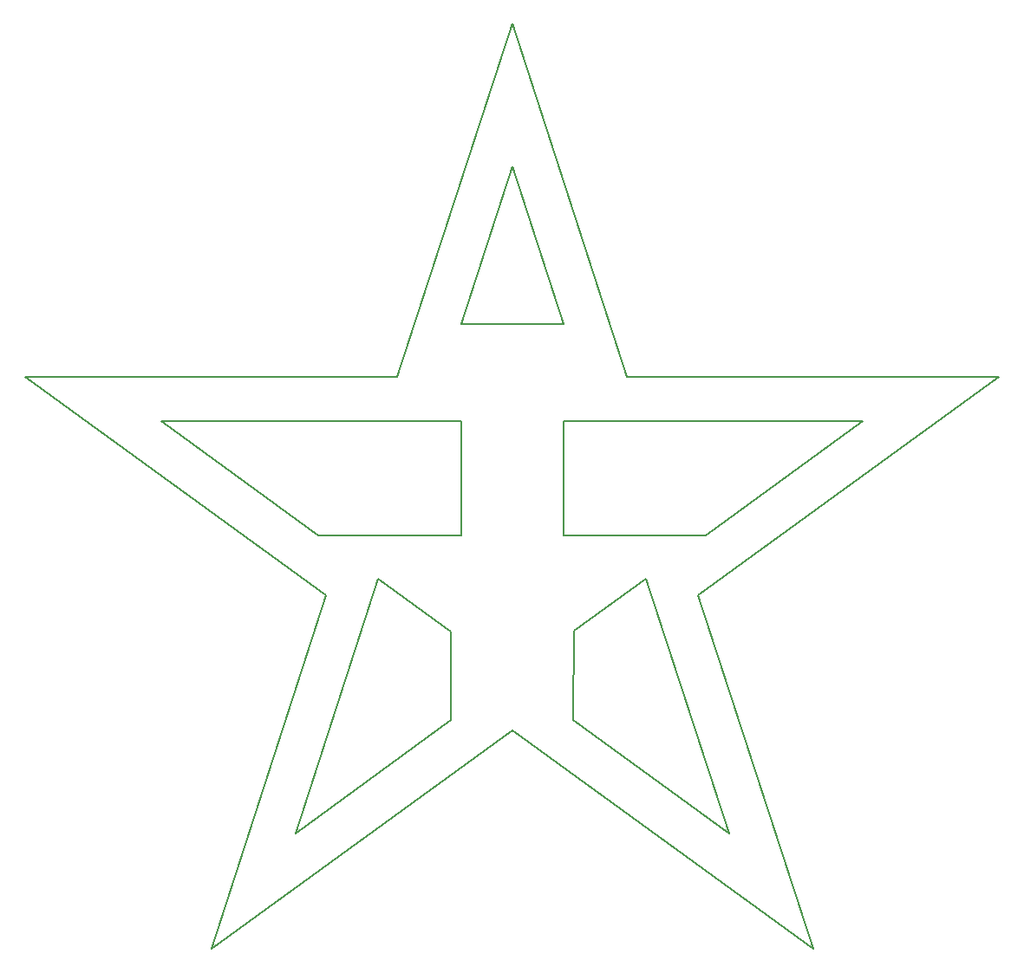
<source format=gbr>
G04 #@! TF.GenerationSoftware,KiCad,Pcbnew,5.1.5*
G04 #@! TF.CreationDate,2020-04-28T21:36:49+02:00*
G04 #@! TF.ProjectId,movingstar,6d6f7669-6e67-4737-9461-722e6b696361,rev?*
G04 #@! TF.SameCoordinates,Original*
G04 #@! TF.FileFunction,Profile,NP*
%FSLAX46Y46*%
G04 Gerber Fmt 4.6, Leading zero omitted, Abs format (unit mm)*
G04 Created by KiCad (PCBNEW 5.1.5) date 2020-04-28 21:36:49*
%MOMM*%
%LPD*%
G04 APERTURE LIST*
%ADD10C,0.150000*%
G04 APERTURE END LIST*
D10*
X194000000Y-118110000D02*
X178840000Y-129120000D01*
X206000000Y-118110000D02*
X221160000Y-129120000D01*
X194000000Y-118110000D02*
X194000000Y-109399000D01*
X206000000Y-118110000D02*
X206003000Y-109389000D01*
X200000000Y-64000000D02*
X195000000Y-79389000D01*
X195000000Y-79389000D02*
X205000000Y-79389000D01*
X200000000Y-64000000D02*
X205000000Y-79389000D01*
X186920000Y-104250000D02*
X194000000Y-109399000D01*
X213080000Y-104250000D02*
X221160000Y-129120000D01*
X213080000Y-104250000D02*
X206003000Y-109389000D01*
X178840000Y-129120000D02*
X186920000Y-104250000D01*
X205000000Y-100000000D02*
X205000000Y-88879000D01*
X218884500Y-100000000D02*
X205000000Y-100000000D01*
X234240000Y-88880000D02*
X218884500Y-100000000D01*
X205000000Y-88879000D02*
X234240000Y-88880000D01*
X165760000Y-88880000D02*
X181063000Y-100000000D01*
X195000000Y-100000000D02*
X181063000Y-100000000D01*
X195000000Y-88870000D02*
X195000000Y-100000000D01*
X165760000Y-88880000D02*
X195000000Y-88870000D01*
X200000000Y-50000000D02*
X211230000Y-84550000D01*
X211230000Y-84550000D02*
X247550000Y-84550000D01*
X247550000Y-84550000D02*
X218160000Y-105900000D01*
X218160000Y-105900000D02*
X229390000Y-140450000D01*
X229390000Y-140450000D02*
X200000000Y-119100000D01*
X200000000Y-119100000D02*
X170610000Y-140450000D01*
X170610000Y-140450000D02*
X181840000Y-105900000D01*
X181840000Y-105900000D02*
X152450000Y-84550000D01*
X152450000Y-84550000D02*
X188770000Y-84550000D01*
X188770000Y-84550000D02*
X200000000Y-50000000D01*
M02*

</source>
